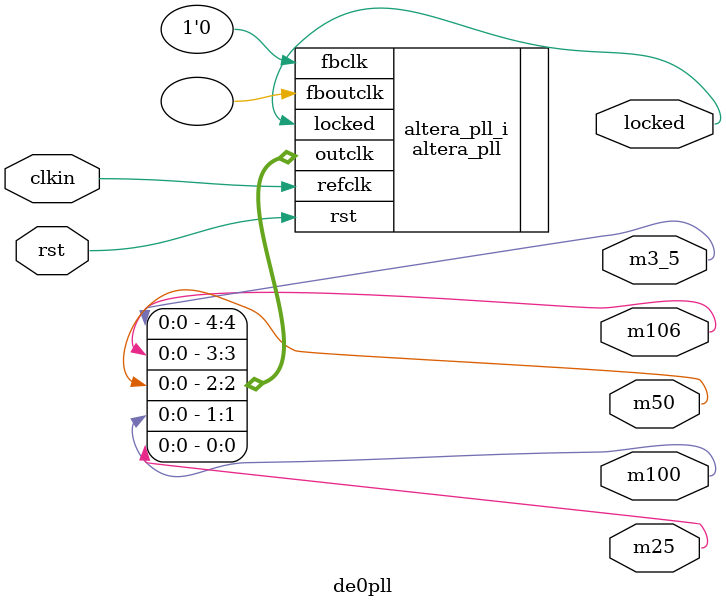
<source format=v>


module de0pll(

input wire clkin,
input wire rst,

output wire m25,
output wire m50,
output wire m3_5,
output wire m100,
output wire m106,

output wire locked
);

altera_pll #(
    .fractional_vco_multiplier("false"),
    .reference_clock_frequency("50.0 MHz"),
    .operation_mode("normal"),
    .number_of_clocks(5),
    .output_clock_frequency0("25.0 MHz"),
    .phase_shift0("0 ps"),
    .duty_cycle0(50),
    .output_clock_frequency1("100.0 MHz"),
    .phase_shift1("0 ps"),
    .duty_cycle1(50),
    .output_clock_frequency2("50 MHz"),
    .phase_shift2("0 ps"),
    .duty_cycle2(50),
    .output_clock_frequency3("106 MHz"),
    .phase_shift3("0 ps"),
    .duty_cycle3(50),
    .output_clock_frequency4("3.5 MHz"),
    .phase_shift4("0 ps"),
    .duty_cycle4(50),
    .output_clock_frequency5("0 MHz"),
    .phase_shift5("0 ps"),
    .duty_cycle5(50),
    .output_clock_frequency6("0 MHz"),
    .phase_shift6("0 ps"),
    .duty_cycle6(50),
    .output_clock_frequency7("0 MHz"),
    .phase_shift7("0 ps"),
    .duty_cycle7(50),
    .output_clock_frequency8("0 MHz"),
    .phase_shift8("0 ps"),
    .duty_cycle8(50),
    .output_clock_frequency9("0 MHz"),
    .phase_shift9("0 ps"),
    .duty_cycle9(50),
    .output_clock_frequency10("0 MHz"),
    .phase_shift10("0 ps"),
    .duty_cycle10(50),
    .output_clock_frequency11("0 MHz"),
    .phase_shift11("0 ps"),
    .duty_cycle11(50),
    .output_clock_frequency12("0 MHz"),
    .phase_shift12("0 ps"),
    .duty_cycle12(50),
    .output_clock_frequency13("0 MHz"),
    .phase_shift13("0 ps"),
    .duty_cycle13(50),
    .output_clock_frequency14("0 MHz"),
    .phase_shift14("0 ps"),
    .duty_cycle14(50),
    .output_clock_frequency15("0 MHz"),
    .phase_shift15("0 ps"),
    .duty_cycle15(50),
    .output_clock_frequency16("0 MHz"),
    .phase_shift16("0 ps"),
    .duty_cycle16(50),
    .output_clock_frequency17("0 MHz"),
    .phase_shift17("0 ps"),
    .duty_cycle17(50),
    .pll_type("General"),
    .pll_subtype("General")
)
altera_pll_i (
    .rst (rst),
    .outclk ({m3_5, m106, m50, m100, m25}),
    .locked (locked),
    .fboutclk ( ),
    .fbclk (1'b0),
    .refclk (clkin)
);

endmodule

</source>
